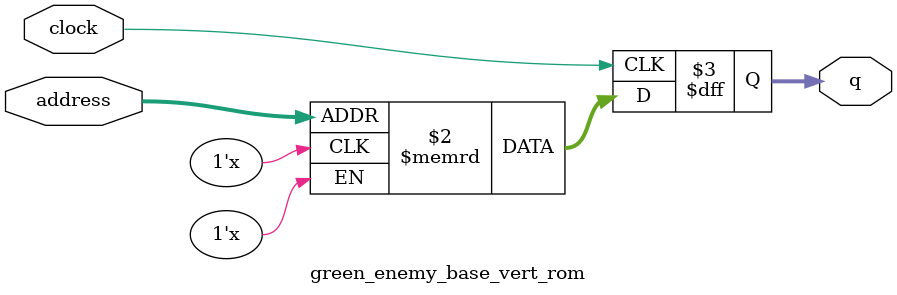
<source format=sv>
module green_enemy_base_vert_rom (
	input logic clock,
	input logic [12:0] address,
	output logic [2:0] q
);

logic [2:0] memory [0:4607] /* synthesis ram_init_file = "./green_enemy_base_vert/green_enemy_base_vert.mif" */;

always_ff @ (posedge clock) begin
	q <= memory[address];
end

endmodule

</source>
